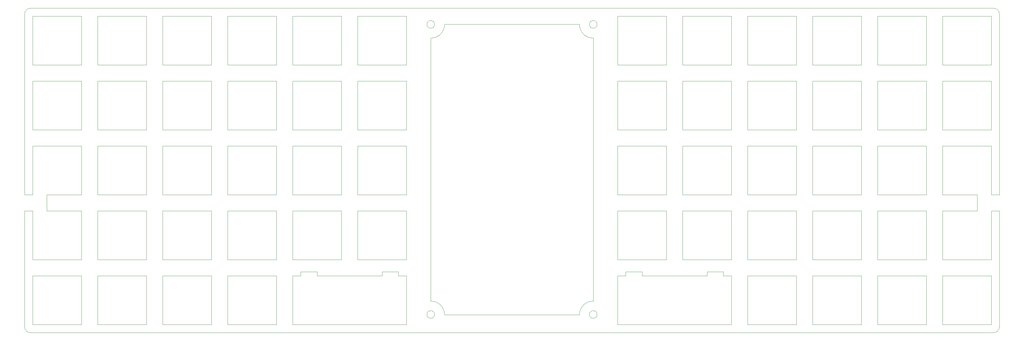
<source format=gm1>
%TF.GenerationSoftware,KiCad,Pcbnew,(5.1.10-1-10_14)*%
%TF.CreationDate,2021-09-18T15:20:21+02:00*%
%TF.ProjectId,lumberjack-full,6c756d62-6572-46a6-9163-6b2d66756c6c,rev?*%
%TF.SameCoordinates,Original*%
%TF.FileFunction,Profile,NP*%
%FSLAX46Y46*%
G04 Gerber Fmt 4.6, Leading zero omitted, Abs format (unit mm)*
G04 Created by KiCad (PCBNEW (5.1.10-1-10_14)) date 2021-09-18 15:20:21*
%MOMM*%
%LPD*%
G01*
G04 APERTURE LIST*
%TA.AperFunction,Profile*%
%ADD10C,0.100000*%
%TD*%
G04 APERTURE END LIST*
D10*
X157095058Y-44530039D02*
G75*
G03*
X157095058Y-44530039I-1123235J0D01*
G01*
X109470058Y-44530039D02*
G75*
G03*
X109470058Y-44530039I-1123235J0D01*
G01*
X109470058Y-129660084D02*
G75*
G03*
X109470058Y-129660084I-1123235J0D01*
G01*
X157095110Y-129659607D02*
G75*
G03*
X157095110Y-129659607I-1123235J0D01*
G01*
X155971875Y-48577500D02*
X155971927Y-125729996D01*
X108346927Y-125729996D02*
X108346875Y-48577500D01*
X108346927Y-125729996D02*
G75*
G02*
X112395052Y-129778121I0J-4048125D01*
G01*
X151923802Y-129778121D02*
G75*
G02*
X155971927Y-125729996I4048125J0D01*
G01*
X112395052Y-129778121D02*
X151923802Y-129778121D01*
X151923750Y-44529375D02*
X112395000Y-44529375D01*
X155971875Y-48577500D02*
G75*
G02*
X151923750Y-44529375I0J4048125D01*
G01*
X112395000Y-44529375D02*
G75*
G02*
X108346875Y-48577500I-4048125J0D01*
G01*
X5953125Y-42148125D02*
X-8334375Y-42148125D01*
X-8334375Y-42148125D02*
X-8334375Y-56435625D01*
X44053125Y-61198125D02*
X29765625Y-61198125D01*
X10715625Y-75485625D02*
X25003125Y-75485625D01*
X82153125Y-42148125D02*
X82153125Y-56435625D01*
X82153125Y-56435625D02*
X67865625Y-56435625D01*
X-8334375Y-113585625D02*
X5953125Y-113585625D01*
X5953125Y-99298125D02*
X-4167364Y-99298125D01*
X48815625Y-56435625D02*
X48815625Y-42148125D01*
X48815625Y-42148125D02*
X63103125Y-42148125D01*
X44053125Y-42148125D02*
X29765625Y-42148125D01*
X29765625Y-42148125D02*
X29765625Y-56435625D01*
X29765625Y-56435625D02*
X44053125Y-56435625D01*
X44053125Y-56435625D02*
X44053125Y-42148125D01*
X25003125Y-42148125D02*
X10715625Y-42148125D01*
X10715625Y-42148125D02*
X10715625Y-56435625D01*
X67865625Y-56435625D02*
X67865625Y-42148125D01*
X67865625Y-42148125D02*
X82153125Y-42148125D01*
X-8334375Y-56435625D02*
X5953125Y-56435625D01*
X-8334375Y-75485625D02*
X5953125Y-75485625D01*
X10715625Y-56435625D02*
X25003125Y-56435625D01*
X25003125Y-56435625D02*
X25003125Y-42148125D01*
X5953125Y-56435625D02*
X5953125Y-42148125D01*
X101203125Y-132635625D02*
X101203125Y-118348125D01*
X70246761Y-118348233D02*
X67865509Y-118348233D01*
X75009265Y-117157607D02*
X75009265Y-118348233D01*
X98821785Y-117157607D02*
X98821785Y-118348233D01*
X70246761Y-118348233D02*
X70246761Y-117157607D01*
X101203125Y-118348125D02*
X98821785Y-118348233D01*
X94059281Y-118348233D02*
X94059281Y-117157607D01*
X-8929868Y-39766917D02*
G75*
G03*
X-10715807Y-41552856I0J-1785939D01*
G01*
X101203125Y-61198125D02*
X86915625Y-61198125D01*
X82153125Y-61198125D02*
X82153125Y-75485625D01*
X86915625Y-75485625D02*
X101203125Y-75485625D01*
X-4167364Y-94535713D02*
X-4167364Y-99298125D01*
X-8334555Y-99298217D02*
X-10715807Y-99298217D01*
X48815625Y-61198125D02*
X63103125Y-61198125D01*
X86915625Y-80248125D02*
X86915625Y-94535625D01*
X29765625Y-61198125D02*
X29765625Y-75485625D01*
X101203125Y-75485625D02*
X101203125Y-61198125D01*
X-8334375Y-61198125D02*
X-8334375Y-75485625D01*
X-4167364Y-94535713D02*
X5953125Y-94535713D01*
X29765625Y-94535625D02*
X44053125Y-94535625D01*
X25003125Y-94535625D02*
X25003125Y-80248125D01*
X101203125Y-42148125D02*
X86915625Y-42148125D01*
X10715625Y-80248125D02*
X10715625Y-94535625D01*
X5953125Y-94535625D02*
X5953125Y-80248125D01*
X5953125Y-75485625D02*
X5953125Y-61198125D01*
X67865625Y-99298125D02*
X82153125Y-99298125D01*
X29765625Y-132635625D02*
X44053125Y-132635625D01*
X10715625Y-113585625D02*
X25003125Y-113585625D01*
X82153125Y-99298125D02*
X82153125Y-113585625D01*
X101203125Y-113585625D02*
X101203125Y-99298125D01*
X63103125Y-99298125D02*
X63103125Y-113585625D01*
X29765625Y-80248125D02*
X29765625Y-94535625D01*
X29765625Y-99298125D02*
X29765625Y-113585625D01*
X82153125Y-94535625D02*
X67865625Y-94535625D01*
X86915625Y-99298125D02*
X86915625Y-113585625D01*
X101203125Y-94535625D02*
X101203125Y-80248125D01*
X29765625Y-113585625D02*
X44053125Y-113585625D01*
X94059281Y-118348233D02*
X75009265Y-118348233D01*
X63103125Y-113585625D02*
X48815625Y-113585625D01*
X10715625Y-118348125D02*
X10715625Y-132635625D01*
X44053125Y-113585625D02*
X44053125Y-99298125D01*
X44053125Y-132635625D02*
X44053125Y-118348125D01*
X25003125Y-113585625D02*
X25003125Y-99298125D01*
X48815625Y-132635625D02*
X48815625Y-118348125D01*
X67865625Y-113585625D02*
X67865625Y-99298125D01*
X63103125Y-132635625D02*
X48815625Y-132635625D01*
X82153125Y-113585625D02*
X67865625Y-113585625D01*
X10715625Y-132635625D02*
X25003125Y-132635625D01*
X48815625Y-99298125D02*
X63103125Y-99298125D01*
X25003125Y-132635625D02*
X25003125Y-118348125D01*
X48815625Y-113585625D02*
X48815625Y-99298125D01*
X48815625Y-94535625D02*
X48815625Y-80248125D01*
X63103125Y-80248125D02*
X63103125Y-94535625D01*
X48815625Y-80248125D02*
X63103125Y-80248125D01*
X25003125Y-99298125D02*
X10715625Y-99298125D01*
X63103125Y-56435625D02*
X48815625Y-56435625D01*
X101203125Y-99298125D02*
X86915625Y-99298125D01*
X44053125Y-99298125D02*
X29765625Y-99298125D01*
X82153125Y-80248125D02*
X82153125Y-94535625D01*
X25003125Y-80248125D02*
X10715625Y-80248125D01*
X63103125Y-42148125D02*
X63103125Y-56435625D01*
X67865625Y-132635625D02*
X67865625Y-118348125D01*
X86915625Y-42148125D02*
X86915625Y-56435625D01*
X86915625Y-56435625D02*
X101203125Y-56435625D01*
X67865625Y-132635625D02*
X101203125Y-132635625D01*
X86915625Y-61198125D02*
X86915625Y-75485625D01*
X67865625Y-61198125D02*
X82153125Y-61198125D01*
X63103125Y-75485625D02*
X48815625Y-75485625D01*
X5953125Y-132635625D02*
X5953125Y-118348125D01*
X63103125Y-118348125D02*
X63103125Y-132635625D01*
X94059281Y-117157607D02*
X98821785Y-117157607D01*
X-8334555Y-94535713D02*
X-10715807Y-94535713D01*
X86915625Y-113585625D02*
X101203125Y-113585625D01*
X10715625Y-99298125D02*
X10715625Y-113585625D01*
X29765625Y-118348125D02*
X29765625Y-132635625D01*
X25003125Y-118348125D02*
X10715625Y-118348125D01*
X44053125Y-118348125D02*
X29765625Y-118348125D01*
X70246761Y-117157607D02*
X75009265Y-117157607D01*
X-8334375Y-118348125D02*
X-8334375Y-132635625D01*
X5953125Y-118348125D02*
X-8334375Y-118348125D01*
X-8334375Y-132635625D02*
X5953125Y-132635625D01*
X5953125Y-61198125D02*
X-8334375Y-61198125D01*
X-8334375Y-80248125D02*
X-8334375Y-94535625D01*
X5953125Y-80248125D02*
X-8334375Y-80248125D01*
X101203125Y-56435625D02*
X101203125Y-42148125D01*
X-10715807Y-133231058D02*
G75*
G03*
X-8929868Y-135016997I1785939J0D01*
G01*
X-10715807Y-41552856D02*
X-10715807Y-94535713D01*
X63103125Y-61198125D02*
X63103125Y-75485625D01*
X67865625Y-80248125D02*
X82153125Y-80248125D01*
X44053125Y-80248125D02*
X29765625Y-80248125D01*
X48815625Y-75485625D02*
X48815625Y-61198125D01*
X67865625Y-94535625D02*
X67865625Y-80248125D01*
X101203125Y-80248125D02*
X86915625Y-80248125D01*
X44053125Y-94535625D02*
X44053125Y-80248125D01*
X86915625Y-94535625D02*
X101203125Y-94535625D01*
X63103125Y-94535625D02*
X48815625Y-94535625D01*
X67865625Y-75485625D02*
X67865625Y-61198125D01*
X25003125Y-61198125D02*
X10715625Y-61198125D01*
X10715625Y-61198125D02*
X10715625Y-75485625D01*
X5953125Y-113585625D02*
X5953125Y-99298125D01*
X-10715807Y-99298217D02*
X-10715807Y-133231058D01*
X-8334375Y-99298125D02*
X-8334375Y-113585625D01*
X10715625Y-94535625D02*
X25003125Y-94535625D01*
X44053125Y-75485625D02*
X44053125Y-61198125D01*
X29765625Y-75485625D02*
X44053125Y-75485625D01*
X25003125Y-75485625D02*
X25003125Y-61198125D01*
X82153125Y-75485625D02*
X67865625Y-75485625D01*
X48815625Y-118348125D02*
X63103125Y-118348125D01*
X272653305Y-94535713D02*
X275034557Y-94535713D01*
X272653305Y-99298217D02*
X275034557Y-99298217D01*
X268486114Y-94535713D02*
X268486114Y-99298125D01*
X-8929868Y-135016997D02*
X273248618Y-135016997D01*
X273248618Y-39766917D02*
X-8929868Y-39766917D01*
X163115625Y-132635625D02*
X163115625Y-118348125D01*
X196453125Y-132635625D02*
X196453125Y-118348125D01*
X194071989Y-118348233D02*
X194071989Y-117157607D01*
X165496965Y-117157607D02*
X165496965Y-118348233D01*
X189309485Y-117157607D02*
X189309485Y-118348233D01*
X194071989Y-118348233D02*
X196453241Y-118348233D01*
X170259469Y-117157607D02*
X165496965Y-117157607D01*
X163115625Y-118348125D02*
X165496965Y-118348233D01*
X196453125Y-132635625D02*
X163115625Y-132635625D01*
X201215625Y-118348125D02*
X201215625Y-132635625D01*
X234553125Y-132635625D02*
X220265625Y-132635625D01*
X170259469Y-118348233D02*
X170259469Y-117157607D01*
X194071989Y-117157607D02*
X189309485Y-117157607D01*
X239315625Y-118348125D02*
X253603125Y-118348125D01*
X234553125Y-118348125D02*
X234553125Y-132635625D01*
X215503125Y-118348125D02*
X201215625Y-118348125D01*
X220265625Y-118348125D02*
X234553125Y-118348125D01*
X258365625Y-132635625D02*
X258365625Y-118348125D01*
X239315625Y-132635625D02*
X239315625Y-118348125D01*
X253603125Y-132635625D02*
X239315625Y-132635625D01*
X201215625Y-132635625D02*
X215503125Y-132635625D01*
X215503125Y-132635625D02*
X215503125Y-118348125D01*
X220265625Y-132635625D02*
X220265625Y-118348125D01*
X253603125Y-118348125D02*
X253603125Y-132635625D01*
X170259469Y-118348233D02*
X189309485Y-118348233D01*
X163115625Y-94535625D02*
X163115625Y-80248125D01*
X182165625Y-94535625D02*
X196453125Y-94535625D01*
X234553125Y-80248125D02*
X234553125Y-94535625D01*
X163115625Y-113585625D02*
X163115625Y-99298125D01*
X253603125Y-99298125D02*
X253603125Y-113585625D01*
X177403125Y-113585625D02*
X163115625Y-113585625D01*
X163115625Y-99298125D02*
X177403125Y-99298125D01*
X215503125Y-113585625D02*
X215503125Y-99298125D01*
X215503125Y-99298125D02*
X201215625Y-99298125D01*
X182165625Y-113585625D02*
X196453125Y-113585625D01*
X196453125Y-113585625D02*
X196453125Y-99298125D01*
X239315625Y-113585625D02*
X239315625Y-99298125D01*
X220265625Y-113585625D02*
X220265625Y-99298125D01*
X201215625Y-113585625D02*
X215503125Y-113585625D01*
X234553125Y-113585625D02*
X220265625Y-113585625D01*
X177403125Y-99298125D02*
X177403125Y-113585625D01*
X234553125Y-99298125D02*
X234553125Y-113585625D01*
X201215625Y-99298125D02*
X201215625Y-113585625D01*
X182165625Y-99298125D02*
X182165625Y-113585625D01*
X220265625Y-99298125D02*
X234553125Y-99298125D01*
X239315625Y-99298125D02*
X253603125Y-99298125D01*
X253603125Y-113585625D02*
X239315625Y-113585625D01*
X196453125Y-99298125D02*
X182165625Y-99298125D01*
X258365625Y-113585625D02*
X258365625Y-99298125D01*
X177403125Y-94535625D02*
X163115625Y-94535625D01*
X220265625Y-94535625D02*
X220265625Y-80248125D01*
X163115625Y-80248125D02*
X177403125Y-80248125D01*
X239315625Y-80248125D02*
X253603125Y-80248125D01*
X182165625Y-80248125D02*
X182165625Y-94535625D01*
X215503125Y-80248125D02*
X201215625Y-80248125D01*
X201215625Y-80248125D02*
X201215625Y-94535625D01*
X215503125Y-94535625D02*
X215503125Y-80248125D01*
X196453125Y-94535625D02*
X196453125Y-80248125D01*
X201215625Y-94535625D02*
X215503125Y-94535625D01*
X258365625Y-94535625D02*
X258365625Y-80248125D01*
X253603125Y-80248125D02*
X253603125Y-94535625D01*
X177403125Y-75485625D02*
X163115625Y-75485625D01*
X163115625Y-61198125D02*
X177403125Y-61198125D01*
X220265625Y-75485625D02*
X220265625Y-61198125D01*
X253603125Y-61198125D02*
X253603125Y-75485625D01*
X258365625Y-75485625D02*
X258365625Y-61198125D01*
X182165625Y-61198125D02*
X182165625Y-75485625D01*
X258365625Y-56435625D02*
X258365625Y-42148125D01*
X239315625Y-56435625D02*
X239315625Y-42148125D01*
X253603125Y-56435625D02*
X239315625Y-56435625D01*
X253603125Y-42148125D02*
X253603125Y-56435625D01*
X239315625Y-42148125D02*
X253603125Y-42148125D01*
X220265625Y-56435625D02*
X220265625Y-42148125D01*
X234553125Y-56435625D02*
X220265625Y-56435625D01*
X234553125Y-42148125D02*
X234553125Y-56435625D01*
X220265625Y-42148125D02*
X234553125Y-42148125D01*
X215503125Y-42148125D02*
X201215625Y-42148125D01*
X215503125Y-56435625D02*
X215503125Y-42148125D01*
X201215625Y-56435625D02*
X215503125Y-56435625D01*
X201215625Y-42148125D02*
X201215625Y-56435625D01*
X196453125Y-42148125D02*
X182165625Y-42148125D01*
X196453125Y-56435625D02*
X196453125Y-42148125D01*
X182165625Y-56435625D02*
X196453125Y-56435625D01*
X182165625Y-42148125D02*
X182165625Y-56435625D01*
X163115625Y-56435625D02*
X163115625Y-42148125D01*
X177403125Y-56435625D02*
X163115625Y-56435625D01*
X177403125Y-42148125D02*
X177403125Y-56435625D01*
X163115625Y-42148125D02*
X177403125Y-42148125D01*
X239315625Y-94535625D02*
X239315625Y-80248125D01*
X234553125Y-94535625D02*
X220265625Y-94535625D01*
X253603125Y-94535625D02*
X239315625Y-94535625D01*
X220265625Y-80248125D02*
X234553125Y-80248125D01*
X196453125Y-80248125D02*
X182165625Y-80248125D01*
X177403125Y-80248125D02*
X177403125Y-94535625D01*
X182165625Y-75485625D02*
X196453125Y-75485625D01*
X215503125Y-75485625D02*
X215503125Y-61198125D01*
X201215625Y-61198125D02*
X201215625Y-75485625D01*
X201215625Y-75485625D02*
X215503125Y-75485625D01*
X163115625Y-75485625D02*
X163115625Y-61198125D01*
X234553125Y-61198125D02*
X234553125Y-75485625D01*
X215503125Y-61198125D02*
X201215625Y-61198125D01*
X239315625Y-61198125D02*
X253603125Y-61198125D01*
X196453125Y-75485625D02*
X196453125Y-61198125D01*
X196453125Y-61198125D02*
X182165625Y-61198125D01*
X177403125Y-61198125D02*
X177403125Y-75485625D01*
X253603125Y-75485625D02*
X239315625Y-75485625D01*
X220265625Y-61198125D02*
X234553125Y-61198125D01*
X239315625Y-75485625D02*
X239315625Y-61198125D01*
X234553125Y-75485625D02*
X220265625Y-75485625D01*
X258365625Y-80248125D02*
X272653125Y-80248125D01*
X272653125Y-80248125D02*
X272653125Y-94535625D01*
X268486114Y-94535713D02*
X258365625Y-94535713D01*
X272653125Y-61198125D02*
X272653125Y-75485625D01*
X272653125Y-75485625D02*
X258365625Y-75485625D01*
X272653125Y-56435625D02*
X258365625Y-56435625D01*
X272653125Y-42148125D02*
X272653125Y-56435625D01*
X258365625Y-42148125D02*
X272653125Y-42148125D01*
X258365625Y-61198125D02*
X272653125Y-61198125D01*
X272653125Y-132635625D02*
X258365625Y-132635625D01*
X258365625Y-118348125D02*
X272653125Y-118348125D01*
X272653125Y-118348125D02*
X272653125Y-132635625D01*
X258365625Y-99298125D02*
X268486114Y-99298125D01*
X272653125Y-113585625D02*
X258365625Y-113585625D01*
X272653125Y-99298125D02*
X272653125Y-113585625D01*
X275034557Y-99298217D02*
X275034557Y-133231058D01*
X275034557Y-41552856D02*
X275034557Y-94535713D01*
X275034557Y-133231058D02*
G75*
G02*
X273248618Y-135016997I-1785939J0D01*
G01*
X273248618Y-39766917D02*
G75*
G02*
X275034557Y-41552856I0J-1785939D01*
G01*
M02*

</source>
